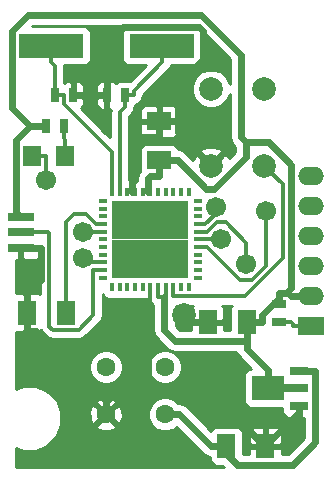
<source format=gtl>
G04 (created by PCBNEW-RS274X (2012-01-19 BZR 3256)-stable) date Fri 09 Mar 2012 12:00:35 PM CET*
G01*
G70*
G90*
%MOIN*%
G04 Gerber Fmt 3.4, Leading zero omitted, Abs format*
%FSLAX34Y34*%
G04 APERTURE LIST*
%ADD10C,0.006000*%
%ADD11R,0.063000X0.027600*%
%ADD12R,0.082700X0.027600*%
%ADD13R,0.108300X0.078700*%
%ADD14R,0.060000X0.080000*%
%ADD15R,0.080000X0.060000*%
%ADD16R,0.025000X0.045000*%
%ADD17R,0.045000X0.025000*%
%ADD18R,0.013800X0.031500*%
%ADD19R,0.031500X0.013800*%
%ADD20R,0.128000X0.128000*%
%ADD21R,0.216500X0.078700*%
%ADD22R,0.086600X0.060000*%
%ADD23O,0.086600X0.060000*%
%ADD24C,0.078700*%
%ADD25C,0.063000*%
%ADD26R,0.086600X0.031500*%
%ADD27R,0.062900X0.070900*%
%ADD28C,0.067000*%
%ADD29C,0.078800*%
%ADD30C,0.023600*%
%ADD31C,0.013600*%
%ADD32C,0.011800*%
%ADD33C,0.010000*%
G04 APERTURE END LIST*
G54D10*
G54D11*
X34291Y-32166D03*
G54D12*
X34193Y-31575D03*
G54D11*
X34291Y-30984D03*
G54D13*
X33248Y-31575D03*
G54D14*
X26516Y-29055D03*
X25216Y-29055D03*
X31870Y-33504D03*
X33170Y-33504D03*
G54D15*
X29626Y-23977D03*
X29626Y-22677D03*
G54D14*
X32540Y-29370D03*
X31240Y-29370D03*
G54D16*
X26157Y-21811D03*
X26757Y-21811D03*
X28489Y-21811D03*
X27889Y-21811D03*
G54D17*
X33622Y-29355D03*
X33622Y-28755D03*
G54D16*
X25842Y-22835D03*
X26442Y-22835D03*
G54D18*
X28051Y-28189D03*
X28307Y-28189D03*
X28819Y-28189D03*
X29075Y-28189D03*
X29331Y-28189D03*
X29587Y-28189D03*
G54D19*
X30906Y-27382D03*
X30906Y-27126D03*
X30906Y-26870D03*
X30906Y-26614D03*
X30906Y-26358D03*
X30906Y-26102D03*
X30906Y-25846D03*
G54D18*
X28563Y-28189D03*
G54D20*
X29971Y-27254D03*
X28691Y-27254D03*
X28691Y-25974D03*
X29971Y-25974D03*
G54D18*
X30099Y-25039D03*
X29843Y-25039D03*
X29587Y-25039D03*
X29331Y-25039D03*
X29075Y-25039D03*
X28819Y-25039D03*
X28563Y-25039D03*
G54D19*
X27756Y-25846D03*
X27756Y-26102D03*
X27756Y-26358D03*
X27756Y-26614D03*
X27756Y-26870D03*
X27756Y-27126D03*
X27756Y-27382D03*
G54D18*
X29843Y-28189D03*
X30099Y-28189D03*
X30355Y-28189D03*
X30611Y-28189D03*
G54D19*
X30906Y-27894D03*
X30906Y-27638D03*
X30906Y-25590D03*
X30906Y-25334D03*
G54D18*
X30611Y-25039D03*
X30355Y-25039D03*
X28307Y-25039D03*
X28051Y-25039D03*
G54D19*
X27756Y-25334D03*
X27756Y-25590D03*
X27756Y-27638D03*
X27756Y-27894D03*
G54D21*
X29724Y-20157D03*
X26024Y-20157D03*
G54D22*
X34685Y-29508D03*
G54D23*
X34685Y-28508D03*
X34685Y-27508D03*
X34685Y-26508D03*
X34685Y-25508D03*
X34685Y-24508D03*
G54D24*
X33130Y-24154D03*
X31358Y-21594D03*
X31358Y-24154D03*
X33130Y-21594D03*
G54D25*
X29823Y-30867D03*
X29823Y-32441D03*
X27855Y-30867D03*
X27855Y-32441D03*
G54D26*
X25019Y-25867D03*
X25019Y-26379D03*
X25019Y-26891D03*
G54D27*
X26504Y-23819D03*
X25386Y-23819D03*
G54D28*
X25862Y-24629D03*
X27084Y-26358D03*
G54D29*
X30442Y-29117D03*
G54D28*
X32533Y-27432D03*
X31681Y-26614D03*
X33183Y-25659D03*
X27105Y-27245D03*
X31507Y-25537D03*
G54D30*
X33248Y-31575D02*
X33248Y-31374D01*
X33248Y-31374D02*
X33248Y-30960D01*
X33357Y-31374D02*
X33558Y-31575D01*
X33248Y-31374D02*
X33357Y-31374D01*
X34193Y-31575D02*
X33558Y-31575D01*
X34685Y-28508D02*
X34031Y-28508D01*
X33622Y-28755D02*
X33622Y-28582D01*
X33622Y-28582D02*
X33622Y-28409D01*
X33061Y-29143D02*
X33061Y-29370D01*
X33622Y-28582D02*
X33061Y-29143D01*
X32540Y-29370D02*
X33061Y-29370D01*
X32540Y-29370D02*
X32540Y-29991D01*
G54D31*
X29587Y-28189D02*
X29587Y-28517D01*
G54D30*
X32540Y-30252D02*
X32540Y-29991D01*
X33248Y-30960D02*
X32540Y-30252D01*
X30157Y-29991D02*
X32540Y-29991D01*
X29805Y-29639D02*
X30157Y-29991D01*
X29805Y-28517D02*
X29805Y-29639D01*
G54D31*
X29587Y-28517D02*
X29805Y-28517D01*
X29805Y-28517D02*
X29843Y-28517D01*
X29843Y-28189D02*
X29843Y-28517D01*
G54D30*
X34031Y-28508D02*
X33888Y-28365D01*
X33844Y-28409D02*
X33622Y-28409D01*
X33888Y-28365D02*
X33844Y-28409D01*
X24849Y-23311D02*
X25325Y-22835D01*
X24849Y-25697D02*
X24849Y-23311D01*
X25019Y-25867D02*
X24849Y-25697D01*
X25325Y-22835D02*
X25842Y-22835D01*
X29626Y-23977D02*
X30247Y-23977D01*
X34030Y-28223D02*
X33888Y-28365D01*
X34030Y-24129D02*
X34030Y-28223D01*
X33277Y-23376D02*
X34030Y-24129D01*
X32523Y-23376D02*
X33277Y-23376D01*
X32353Y-23206D02*
X32523Y-23376D01*
X32353Y-20454D02*
X32353Y-23206D01*
X31020Y-19121D02*
X32353Y-20454D01*
X25271Y-19121D02*
X31020Y-19121D01*
X24719Y-19673D02*
X25271Y-19121D01*
X24719Y-22229D02*
X24719Y-19673D01*
X25325Y-22835D02*
X24719Y-22229D01*
X31195Y-24925D02*
X30247Y-23977D01*
X31459Y-24925D02*
X31195Y-24925D01*
X32523Y-23861D02*
X31459Y-24925D01*
X32523Y-23376D02*
X32523Y-23861D01*
X29626Y-23977D02*
X29626Y-24498D01*
X29339Y-24498D02*
X29626Y-24498D01*
X29271Y-24566D02*
X29339Y-24498D01*
X29271Y-25039D02*
X29271Y-24566D01*
G54D31*
X29331Y-25039D02*
X29271Y-25039D01*
X29271Y-25039D02*
X29075Y-25039D01*
G54D30*
X30286Y-32441D02*
X31349Y-33504D01*
X29823Y-32441D02*
X30286Y-32441D01*
X31870Y-33504D02*
X31610Y-33504D01*
X31610Y-33504D02*
X31349Y-33504D01*
X34827Y-33376D02*
X34827Y-30984D01*
X34077Y-34126D02*
X34827Y-33376D01*
X32232Y-34126D02*
X34077Y-34126D01*
X31610Y-33504D02*
X32232Y-34126D01*
X34291Y-30984D02*
X34827Y-30984D01*
G54D32*
X25386Y-23819D02*
X25862Y-23819D01*
X25862Y-23819D02*
X25862Y-24629D01*
X27084Y-26358D02*
X27756Y-26358D01*
G54D30*
X28242Y-31620D02*
X29331Y-31620D01*
X29626Y-22677D02*
X30247Y-22677D01*
X29626Y-22677D02*
X29626Y-23198D01*
G54D31*
X28819Y-25039D02*
X28733Y-25039D01*
X28733Y-25039D02*
X28563Y-25039D01*
G54D30*
X29105Y-23198D02*
X29626Y-23198D01*
X28733Y-23570D02*
X29105Y-23198D01*
X28733Y-25039D02*
X28733Y-23570D01*
X25524Y-29676D02*
X27855Y-32007D01*
X25216Y-29676D02*
X25524Y-29676D01*
X27855Y-32007D02*
X27855Y-32441D01*
X25216Y-29055D02*
X25216Y-29676D01*
X26757Y-21811D02*
X27103Y-21811D01*
X27889Y-21811D02*
X27103Y-21811D01*
X31240Y-29370D02*
X30719Y-29370D01*
X30695Y-29370D02*
X30442Y-29117D01*
X30719Y-29370D02*
X30695Y-29370D01*
X33170Y-33504D02*
X33161Y-33504D01*
X33161Y-33504D02*
X33152Y-33504D01*
X34291Y-32374D02*
X34291Y-32166D01*
X33161Y-33504D02*
X34291Y-32374D01*
X25673Y-27977D02*
X25216Y-28434D01*
X25673Y-26891D02*
X25673Y-27977D01*
X25019Y-26891D02*
X25673Y-26891D01*
X25216Y-29055D02*
X25216Y-28434D01*
G54D31*
X29331Y-31263D02*
X29331Y-28189D01*
G54D30*
X29331Y-31620D02*
X29331Y-31263D01*
X27855Y-32007D02*
X28242Y-31620D01*
X31268Y-31620D02*
X33152Y-33504D01*
X29331Y-31620D02*
X31268Y-31620D01*
X30247Y-23043D02*
X30247Y-22677D01*
X31358Y-24154D02*
X30247Y-23043D01*
X27889Y-20072D02*
X27889Y-21811D01*
X28419Y-19542D02*
X27889Y-20072D01*
X30960Y-19542D02*
X28419Y-19542D01*
X31084Y-19666D02*
X30960Y-19542D01*
X31084Y-20602D02*
X31084Y-19666D01*
X30247Y-21439D02*
X31084Y-20602D01*
X30247Y-22677D02*
X30247Y-21439D01*
G54D32*
X28307Y-22380D02*
X28489Y-22198D01*
X28307Y-25039D02*
X28307Y-22380D01*
X28489Y-21811D02*
X28489Y-22198D01*
X28776Y-21661D02*
X28776Y-21811D01*
X29724Y-20713D02*
X28776Y-21661D01*
X29724Y-20157D02*
X29724Y-20713D01*
X28489Y-21811D02*
X28776Y-21811D01*
X26157Y-20846D02*
X26157Y-21811D01*
X26024Y-20713D02*
X26157Y-20846D01*
X26024Y-20157D02*
X26024Y-20713D01*
X26444Y-22098D02*
X26444Y-21811D01*
X28051Y-23705D02*
X26444Y-22098D01*
X28051Y-25039D02*
X28051Y-23705D01*
X26157Y-21811D02*
X26444Y-21811D01*
X30906Y-26358D02*
X31226Y-26358D01*
X32533Y-26721D02*
X32533Y-27432D01*
X31846Y-26034D02*
X32533Y-26721D01*
X31550Y-26034D02*
X31846Y-26034D01*
X31226Y-26358D02*
X31550Y-26034D01*
X34090Y-29436D02*
X34009Y-29355D01*
X34090Y-29508D02*
X34090Y-29436D01*
X33622Y-29355D02*
X34009Y-29355D01*
X34685Y-29508D02*
X34090Y-29508D01*
X31681Y-26614D02*
X30906Y-26614D01*
X30906Y-26870D02*
X31226Y-26870D01*
X32319Y-27963D02*
X31226Y-26870D01*
X32708Y-27963D02*
X32319Y-27963D01*
X33183Y-27488D02*
X32708Y-27963D01*
X33183Y-25659D02*
X33183Y-27488D01*
X27437Y-29135D02*
X27437Y-27638D01*
X26948Y-29624D02*
X27437Y-29135D01*
X26075Y-29624D02*
X26948Y-29624D01*
X25971Y-29520D02*
X26075Y-29624D01*
X25971Y-26412D02*
X25971Y-29520D01*
X25938Y-26379D02*
X25971Y-26412D01*
X25019Y-26379D02*
X25938Y-26379D01*
X27756Y-27638D02*
X27437Y-27638D01*
X26516Y-29055D02*
X26516Y-28493D01*
X26516Y-26036D02*
X26516Y-28493D01*
X26785Y-25767D02*
X26516Y-26036D01*
X27196Y-25767D02*
X26785Y-25767D01*
X27531Y-26102D02*
X27196Y-25767D01*
X27756Y-26102D02*
X27531Y-26102D01*
X27242Y-27382D02*
X27105Y-27245D01*
X27756Y-27382D02*
X27242Y-27382D01*
X32474Y-28508D02*
X30099Y-28508D01*
X33749Y-27233D02*
X32474Y-28508D01*
X33749Y-24773D02*
X33749Y-27233D01*
X33130Y-24154D02*
X33749Y-24773D01*
X30099Y-28189D02*
X30099Y-28508D01*
X26442Y-23241D02*
X26442Y-22835D01*
X26504Y-23303D02*
X26442Y-23241D01*
X26504Y-23819D02*
X26504Y-23303D01*
X31168Y-26102D02*
X30906Y-26102D01*
X31507Y-25763D02*
X31168Y-26102D01*
X31507Y-25537D02*
X31507Y-25763D01*
G54D10*
G36*
X30921Y-19542D02*
X30856Y-19515D01*
X30757Y-19515D01*
X28593Y-19515D01*
X28501Y-19553D01*
X28431Y-19623D01*
X28393Y-19714D01*
X28393Y-19813D01*
X28393Y-20599D01*
X28431Y-20691D01*
X28501Y-20761D01*
X28592Y-20799D01*
X28691Y-20799D01*
X29201Y-20799D01*
X28663Y-21337D01*
X28565Y-21337D01*
X28315Y-21337D01*
X28223Y-21375D01*
X28189Y-21409D01*
X28155Y-21375D01*
X28063Y-21337D01*
X28001Y-21336D01*
X27939Y-21398D01*
X27939Y-21711D01*
X27939Y-21761D01*
X27939Y-21861D01*
X27939Y-21911D01*
X27939Y-22224D01*
X28001Y-22286D01*
X28017Y-22285D01*
X27998Y-22380D01*
X27998Y-23215D01*
X27839Y-23056D01*
X27839Y-22224D01*
X27839Y-21861D01*
X27839Y-21761D01*
X27839Y-21398D01*
X27777Y-21336D01*
X27715Y-21337D01*
X27623Y-21375D01*
X27553Y-21445D01*
X27515Y-21536D01*
X27515Y-21635D01*
X27514Y-21699D01*
X27576Y-21761D01*
X27839Y-21761D01*
X27839Y-21861D01*
X27576Y-21861D01*
X27514Y-21923D01*
X27515Y-21987D01*
X27515Y-22086D01*
X27553Y-22177D01*
X27623Y-22247D01*
X27715Y-22285D01*
X27777Y-22286D01*
X27839Y-22224D01*
X27839Y-23056D01*
X27026Y-22243D01*
X27093Y-22177D01*
X27131Y-22086D01*
X27131Y-21987D01*
X27132Y-21923D01*
X27132Y-21699D01*
X27131Y-21635D01*
X27131Y-21536D01*
X27093Y-21445D01*
X27023Y-21375D01*
X26931Y-21337D01*
X26869Y-21336D01*
X26807Y-21398D01*
X26807Y-21761D01*
X27070Y-21761D01*
X27132Y-21699D01*
X27132Y-21923D01*
X27070Y-21861D01*
X26857Y-21861D01*
X26807Y-21861D01*
X26753Y-21861D01*
X26753Y-21811D01*
X26729Y-21693D01*
X26707Y-21660D01*
X26707Y-21398D01*
X26645Y-21336D01*
X26583Y-21337D01*
X26491Y-21375D01*
X26466Y-21400D01*
X26466Y-20846D01*
X26456Y-20799D01*
X27155Y-20799D01*
X27247Y-20761D01*
X27317Y-20691D01*
X27355Y-20600D01*
X27355Y-20501D01*
X27355Y-19715D01*
X27317Y-19623D01*
X27247Y-19553D01*
X27156Y-19515D01*
X27057Y-19515D01*
X25397Y-19515D01*
X25423Y-19489D01*
X30868Y-19489D01*
X30921Y-19542D01*
X30921Y-19542D01*
G37*
G54D33*
X30921Y-19542D02*
X30856Y-19515D01*
X30757Y-19515D01*
X28593Y-19515D01*
X28501Y-19553D01*
X28431Y-19623D01*
X28393Y-19714D01*
X28393Y-19813D01*
X28393Y-20599D01*
X28431Y-20691D01*
X28501Y-20761D01*
X28592Y-20799D01*
X28691Y-20799D01*
X29201Y-20799D01*
X28663Y-21337D01*
X28565Y-21337D01*
X28315Y-21337D01*
X28223Y-21375D01*
X28189Y-21409D01*
X28155Y-21375D01*
X28063Y-21337D01*
X28001Y-21336D01*
X27939Y-21398D01*
X27939Y-21711D01*
X27939Y-21761D01*
X27939Y-21861D01*
X27939Y-21911D01*
X27939Y-22224D01*
X28001Y-22286D01*
X28017Y-22285D01*
X27998Y-22380D01*
X27998Y-23215D01*
X27839Y-23056D01*
X27839Y-22224D01*
X27839Y-21861D01*
X27839Y-21761D01*
X27839Y-21398D01*
X27777Y-21336D01*
X27715Y-21337D01*
X27623Y-21375D01*
X27553Y-21445D01*
X27515Y-21536D01*
X27515Y-21635D01*
X27514Y-21699D01*
X27576Y-21761D01*
X27839Y-21761D01*
X27839Y-21861D01*
X27576Y-21861D01*
X27514Y-21923D01*
X27515Y-21987D01*
X27515Y-22086D01*
X27553Y-22177D01*
X27623Y-22247D01*
X27715Y-22285D01*
X27777Y-22286D01*
X27839Y-22224D01*
X27839Y-23056D01*
X27026Y-22243D01*
X27093Y-22177D01*
X27131Y-22086D01*
X27131Y-21987D01*
X27132Y-21923D01*
X27132Y-21699D01*
X27131Y-21635D01*
X27131Y-21536D01*
X27093Y-21445D01*
X27023Y-21375D01*
X26931Y-21337D01*
X26869Y-21336D01*
X26807Y-21398D01*
X26807Y-21761D01*
X27070Y-21761D01*
X27132Y-21699D01*
X27132Y-21923D01*
X27070Y-21861D01*
X26857Y-21861D01*
X26807Y-21861D01*
X26753Y-21861D01*
X26753Y-21811D01*
X26729Y-21693D01*
X26707Y-21660D01*
X26707Y-21398D01*
X26645Y-21336D01*
X26583Y-21337D01*
X26491Y-21375D01*
X26466Y-21400D01*
X26466Y-20846D01*
X26456Y-20799D01*
X27155Y-20799D01*
X27247Y-20761D01*
X27317Y-20691D01*
X27355Y-20600D01*
X27355Y-20501D01*
X27355Y-19715D01*
X27317Y-19623D01*
X27247Y-19553D01*
X27156Y-19515D01*
X27057Y-19515D01*
X25397Y-19515D01*
X25423Y-19489D01*
X30868Y-19489D01*
X30921Y-19542D01*
G54D10*
G36*
X32041Y-28817D02*
X32029Y-28829D01*
X31991Y-28920D01*
X31991Y-29019D01*
X31991Y-29623D01*
X31789Y-29623D01*
X31790Y-29482D01*
X31728Y-29420D01*
X31340Y-29420D01*
X31290Y-29420D01*
X31190Y-29420D01*
X31140Y-29420D01*
X30752Y-29420D01*
X30690Y-29482D01*
X30690Y-29623D01*
X30309Y-29623D01*
X30173Y-29486D01*
X30173Y-28817D01*
X30741Y-28817D01*
X30729Y-28829D01*
X30691Y-28920D01*
X30691Y-29019D01*
X30690Y-29258D01*
X30752Y-29320D01*
X31140Y-29320D01*
X31190Y-29320D01*
X31290Y-29320D01*
X31340Y-29320D01*
X31728Y-29320D01*
X31790Y-29258D01*
X31789Y-29019D01*
X31789Y-28920D01*
X31751Y-28829D01*
X31739Y-28817D01*
X32041Y-28817D01*
X32041Y-28817D01*
G37*
G54D33*
X32041Y-28817D02*
X32029Y-28829D01*
X31991Y-28920D01*
X31991Y-29019D01*
X31991Y-29623D01*
X31789Y-29623D01*
X31790Y-29482D01*
X31728Y-29420D01*
X31340Y-29420D01*
X31290Y-29420D01*
X31190Y-29420D01*
X31140Y-29420D01*
X30752Y-29420D01*
X30690Y-29482D01*
X30690Y-29623D01*
X30309Y-29623D01*
X30173Y-29486D01*
X30173Y-28817D01*
X30741Y-28817D01*
X30729Y-28829D01*
X30691Y-28920D01*
X30691Y-29019D01*
X30690Y-29258D01*
X30752Y-29320D01*
X31140Y-29320D01*
X31190Y-29320D01*
X31290Y-29320D01*
X31340Y-29320D01*
X31728Y-29320D01*
X31790Y-29258D01*
X31789Y-29019D01*
X31789Y-28920D01*
X31751Y-28829D01*
X31739Y-28817D01*
X32041Y-28817D01*
G54D10*
G36*
X32155Y-23708D02*
X31946Y-23916D01*
X31906Y-23818D01*
X31802Y-23781D01*
X31731Y-23852D01*
X31731Y-23710D01*
X31694Y-23606D01*
X31458Y-23519D01*
X31208Y-23529D01*
X31022Y-23606D01*
X30985Y-23710D01*
X31358Y-24083D01*
X31731Y-23710D01*
X31731Y-23852D01*
X31464Y-24119D01*
X31429Y-24154D01*
X31358Y-24225D01*
X31287Y-24154D01*
X31252Y-24119D01*
X30914Y-23781D01*
X30810Y-23818D01*
X30755Y-23965D01*
X30507Y-23717D01*
X30388Y-23637D01*
X30276Y-23614D01*
X30276Y-22789D01*
X30276Y-22565D01*
X30275Y-22328D01*
X30237Y-22236D01*
X30167Y-22166D01*
X30076Y-22128D01*
X29977Y-22128D01*
X29738Y-22127D01*
X29676Y-22189D01*
X29676Y-22627D01*
X30214Y-22627D01*
X30276Y-22565D01*
X30276Y-22789D01*
X30214Y-22727D01*
X29676Y-22727D01*
X29676Y-23165D01*
X29738Y-23227D01*
X29977Y-23226D01*
X30076Y-23226D01*
X30167Y-23188D01*
X30237Y-23118D01*
X30275Y-23026D01*
X30276Y-22789D01*
X30276Y-23614D01*
X30268Y-23613D01*
X30237Y-23536D01*
X30167Y-23466D01*
X30076Y-23428D01*
X29977Y-23428D01*
X29576Y-23428D01*
X29576Y-23165D01*
X29576Y-22727D01*
X29576Y-22627D01*
X29576Y-22189D01*
X29514Y-22127D01*
X29275Y-22128D01*
X29176Y-22128D01*
X29085Y-22166D01*
X29015Y-22236D01*
X28977Y-22328D01*
X28976Y-22565D01*
X29038Y-22627D01*
X29576Y-22627D01*
X29576Y-22727D01*
X29038Y-22727D01*
X28976Y-22789D01*
X28977Y-23026D01*
X29015Y-23118D01*
X29085Y-23188D01*
X29176Y-23226D01*
X29275Y-23226D01*
X29514Y-23227D01*
X29576Y-23165D01*
X29576Y-23428D01*
X29177Y-23428D01*
X29085Y-23466D01*
X29015Y-23536D01*
X28977Y-23627D01*
X28977Y-23726D01*
X28977Y-24326D01*
X28984Y-24344D01*
X28931Y-24425D01*
X28903Y-24566D01*
X28903Y-24644D01*
X28883Y-24663D01*
X28865Y-24671D01*
X28819Y-24717D01*
X28773Y-24671D01*
X28754Y-24663D01*
X28723Y-24632D01*
X28701Y-24633D01*
X28691Y-24637D01*
X28681Y-24633D01*
X28663Y-24632D01*
X28659Y-24632D01*
X28616Y-24632D01*
X28616Y-22507D01*
X28707Y-22417D01*
X28707Y-22416D01*
X28774Y-22316D01*
X28796Y-22205D01*
X28825Y-22177D01*
X28855Y-22103D01*
X28894Y-22096D01*
X28994Y-22029D01*
X29061Y-21929D01*
X29085Y-21811D01*
X29085Y-21788D01*
X29942Y-20932D01*
X29942Y-20931D01*
X29986Y-20865D01*
X30008Y-20832D01*
X30009Y-20831D01*
X30015Y-20799D01*
X30855Y-20799D01*
X30947Y-20761D01*
X31017Y-20691D01*
X31055Y-20600D01*
X31055Y-20501D01*
X31055Y-19715D01*
X31027Y-19648D01*
X31985Y-20606D01*
X31985Y-21428D01*
X31903Y-21231D01*
X31723Y-21050D01*
X31487Y-20951D01*
X31231Y-20951D01*
X30995Y-21049D01*
X30814Y-21229D01*
X30715Y-21465D01*
X30715Y-21721D01*
X30813Y-21957D01*
X30993Y-22138D01*
X31229Y-22237D01*
X31485Y-22237D01*
X31721Y-22139D01*
X31902Y-21959D01*
X31985Y-21761D01*
X31985Y-23206D01*
X32013Y-23347D01*
X32093Y-23466D01*
X32155Y-23528D01*
X32155Y-23708D01*
X32155Y-23708D01*
G37*
G54D33*
X32155Y-23708D02*
X31946Y-23916D01*
X31906Y-23818D01*
X31802Y-23781D01*
X31731Y-23852D01*
X31731Y-23710D01*
X31694Y-23606D01*
X31458Y-23519D01*
X31208Y-23529D01*
X31022Y-23606D01*
X30985Y-23710D01*
X31358Y-24083D01*
X31731Y-23710D01*
X31731Y-23852D01*
X31464Y-24119D01*
X31429Y-24154D01*
X31358Y-24225D01*
X31287Y-24154D01*
X31252Y-24119D01*
X30914Y-23781D01*
X30810Y-23818D01*
X30755Y-23965D01*
X30507Y-23717D01*
X30388Y-23637D01*
X30276Y-23614D01*
X30276Y-22789D01*
X30276Y-22565D01*
X30275Y-22328D01*
X30237Y-22236D01*
X30167Y-22166D01*
X30076Y-22128D01*
X29977Y-22128D01*
X29738Y-22127D01*
X29676Y-22189D01*
X29676Y-22627D01*
X30214Y-22627D01*
X30276Y-22565D01*
X30276Y-22789D01*
X30214Y-22727D01*
X29676Y-22727D01*
X29676Y-23165D01*
X29738Y-23227D01*
X29977Y-23226D01*
X30076Y-23226D01*
X30167Y-23188D01*
X30237Y-23118D01*
X30275Y-23026D01*
X30276Y-22789D01*
X30276Y-23614D01*
X30268Y-23613D01*
X30237Y-23536D01*
X30167Y-23466D01*
X30076Y-23428D01*
X29977Y-23428D01*
X29576Y-23428D01*
X29576Y-23165D01*
X29576Y-22727D01*
X29576Y-22627D01*
X29576Y-22189D01*
X29514Y-22127D01*
X29275Y-22128D01*
X29176Y-22128D01*
X29085Y-22166D01*
X29015Y-22236D01*
X28977Y-22328D01*
X28976Y-22565D01*
X29038Y-22627D01*
X29576Y-22627D01*
X29576Y-22727D01*
X29038Y-22727D01*
X28976Y-22789D01*
X28977Y-23026D01*
X29015Y-23118D01*
X29085Y-23188D01*
X29176Y-23226D01*
X29275Y-23226D01*
X29514Y-23227D01*
X29576Y-23165D01*
X29576Y-23428D01*
X29177Y-23428D01*
X29085Y-23466D01*
X29015Y-23536D01*
X28977Y-23627D01*
X28977Y-23726D01*
X28977Y-24326D01*
X28984Y-24344D01*
X28931Y-24425D01*
X28903Y-24566D01*
X28903Y-24644D01*
X28883Y-24663D01*
X28865Y-24671D01*
X28819Y-24717D01*
X28773Y-24671D01*
X28754Y-24663D01*
X28723Y-24632D01*
X28701Y-24633D01*
X28691Y-24637D01*
X28681Y-24633D01*
X28663Y-24632D01*
X28659Y-24632D01*
X28616Y-24632D01*
X28616Y-22507D01*
X28707Y-22417D01*
X28707Y-22416D01*
X28774Y-22316D01*
X28796Y-22205D01*
X28825Y-22177D01*
X28855Y-22103D01*
X28894Y-22096D01*
X28994Y-22029D01*
X29061Y-21929D01*
X29085Y-21811D01*
X29085Y-21788D01*
X29942Y-20932D01*
X29942Y-20931D01*
X29986Y-20865D01*
X30008Y-20832D01*
X30009Y-20831D01*
X30015Y-20799D01*
X30855Y-20799D01*
X30947Y-20761D01*
X31017Y-20691D01*
X31055Y-20600D01*
X31055Y-20501D01*
X31055Y-19715D01*
X31027Y-19648D01*
X31985Y-20606D01*
X31985Y-21428D01*
X31903Y-21231D01*
X31723Y-21050D01*
X31487Y-20951D01*
X31231Y-20951D01*
X30995Y-21049D01*
X30814Y-21229D01*
X30715Y-21465D01*
X30715Y-21721D01*
X30813Y-21957D01*
X30993Y-22138D01*
X31229Y-22237D01*
X31485Y-22237D01*
X31721Y-22139D01*
X31902Y-21959D01*
X31985Y-21761D01*
X31985Y-23206D01*
X32013Y-23347D01*
X32093Y-23466D01*
X32155Y-23528D01*
X32155Y-23708D01*
G54D10*
G36*
X34459Y-33223D02*
X33924Y-33758D01*
X33719Y-33758D01*
X33720Y-33616D01*
X33720Y-33392D01*
X33719Y-33153D01*
X33719Y-33054D01*
X33681Y-32963D01*
X33611Y-32893D01*
X33519Y-32855D01*
X33282Y-32854D01*
X33220Y-32916D01*
X33220Y-33454D01*
X33658Y-33454D01*
X33720Y-33392D01*
X33720Y-33616D01*
X33658Y-33554D01*
X33270Y-33554D01*
X33220Y-33554D01*
X33120Y-33554D01*
X33120Y-33454D01*
X33120Y-32916D01*
X33058Y-32854D01*
X32821Y-32855D01*
X32729Y-32893D01*
X32659Y-32963D01*
X32621Y-33054D01*
X32621Y-33153D01*
X32620Y-33392D01*
X32682Y-33454D01*
X33120Y-33454D01*
X33120Y-33554D01*
X33070Y-33554D01*
X32682Y-33554D01*
X32620Y-33616D01*
X32620Y-33758D01*
X32419Y-33758D01*
X32419Y-33055D01*
X32381Y-32963D01*
X32311Y-32893D01*
X32220Y-32855D01*
X32121Y-32855D01*
X31521Y-32855D01*
X31429Y-32893D01*
X31359Y-32963D01*
X31349Y-32984D01*
X30546Y-32181D01*
X30427Y-32101D01*
X30388Y-32093D01*
X30388Y-30980D01*
X30388Y-30755D01*
X30302Y-30547D01*
X30143Y-30388D01*
X29936Y-30302D01*
X29711Y-30302D01*
X29503Y-30388D01*
X29344Y-30547D01*
X29258Y-30754D01*
X29258Y-30979D01*
X29344Y-31187D01*
X29503Y-31346D01*
X29710Y-31432D01*
X29935Y-31432D01*
X30143Y-31346D01*
X30302Y-31187D01*
X30388Y-30980D01*
X30388Y-32093D01*
X30286Y-32073D01*
X30254Y-32073D01*
X30143Y-31962D01*
X29936Y-31876D01*
X29711Y-31876D01*
X29503Y-31962D01*
X29344Y-32121D01*
X29258Y-32328D01*
X29258Y-32553D01*
X29344Y-32761D01*
X29503Y-32920D01*
X29710Y-33006D01*
X29935Y-33006D01*
X30143Y-32920D01*
X30194Y-32869D01*
X31089Y-33764D01*
X31208Y-33844D01*
X31321Y-33866D01*
X31321Y-33953D01*
X31359Y-34045D01*
X31429Y-34115D01*
X31520Y-34153D01*
X31619Y-34153D01*
X31738Y-34153D01*
X31787Y-34202D01*
X28420Y-34202D01*
X28420Y-30980D01*
X28420Y-30755D01*
X28334Y-30547D01*
X28175Y-30388D01*
X27968Y-30302D01*
X27743Y-30302D01*
X27535Y-30388D01*
X27376Y-30547D01*
X27290Y-30754D01*
X27290Y-30979D01*
X27376Y-31187D01*
X27535Y-31346D01*
X27742Y-31432D01*
X27967Y-31432D01*
X28175Y-31346D01*
X28334Y-31187D01*
X28420Y-30980D01*
X28420Y-34202D01*
X28413Y-34202D01*
X28413Y-32524D01*
X28402Y-32304D01*
X28339Y-32151D01*
X28244Y-32123D01*
X28173Y-32194D01*
X28173Y-32052D01*
X28145Y-31957D01*
X27938Y-31883D01*
X27718Y-31894D01*
X27565Y-31957D01*
X27537Y-32052D01*
X27855Y-32370D01*
X28173Y-32052D01*
X28173Y-32194D01*
X27926Y-32441D01*
X28244Y-32759D01*
X28339Y-32731D01*
X28413Y-32524D01*
X28413Y-34202D01*
X28173Y-34202D01*
X28173Y-32830D01*
X27855Y-32512D01*
X27784Y-32583D01*
X27784Y-32441D01*
X27466Y-32123D01*
X27371Y-32151D01*
X27297Y-32358D01*
X27308Y-32578D01*
X27371Y-32731D01*
X27466Y-32759D01*
X27784Y-32441D01*
X27784Y-32583D01*
X27537Y-32830D01*
X27565Y-32925D01*
X27772Y-32999D01*
X27992Y-32988D01*
X28145Y-32925D01*
X28173Y-32830D01*
X28173Y-34202D01*
X24853Y-34202D01*
X24853Y-33558D01*
X25081Y-33653D01*
X25508Y-33653D01*
X25903Y-33490D01*
X26205Y-33188D01*
X26369Y-32793D01*
X26369Y-32366D01*
X26206Y-31971D01*
X25904Y-31669D01*
X25509Y-31505D01*
X25082Y-31505D01*
X24853Y-31599D01*
X24853Y-29698D01*
X24867Y-29704D01*
X25104Y-29705D01*
X25166Y-29643D01*
X25166Y-29155D01*
X25166Y-29105D01*
X25166Y-29005D01*
X25166Y-28955D01*
X25166Y-28467D01*
X25104Y-28405D01*
X24867Y-28406D01*
X24853Y-28411D01*
X24853Y-27297D01*
X24907Y-27298D01*
X24969Y-27236D01*
X24969Y-26991D01*
X24969Y-26941D01*
X24969Y-26841D01*
X25069Y-26841D01*
X25069Y-26941D01*
X25069Y-26991D01*
X25069Y-27236D01*
X25131Y-27298D01*
X25403Y-27297D01*
X25502Y-27297D01*
X25593Y-27259D01*
X25662Y-27190D01*
X25662Y-28449D01*
X25657Y-28444D01*
X25565Y-28406D01*
X25328Y-28405D01*
X25266Y-28467D01*
X25266Y-28955D01*
X25266Y-29005D01*
X25266Y-29105D01*
X25266Y-29155D01*
X25266Y-29643D01*
X25328Y-29705D01*
X25565Y-29704D01*
X25657Y-29666D01*
X25685Y-29637D01*
X25686Y-29638D01*
X25753Y-29738D01*
X25856Y-29842D01*
X25857Y-29842D01*
X25957Y-29909D01*
X26075Y-29933D01*
X26948Y-29933D01*
X26948Y-29932D01*
X27066Y-29909D01*
X27166Y-29842D01*
X27655Y-29354D01*
X27655Y-29353D01*
X27722Y-29253D01*
X27745Y-29135D01*
X27746Y-29135D01*
X27746Y-28426D01*
X27771Y-28487D01*
X27841Y-28557D01*
X27932Y-28595D01*
X28031Y-28595D01*
X28169Y-28595D01*
X28178Y-28591D01*
X28188Y-28595D01*
X28287Y-28595D01*
X28425Y-28595D01*
X28434Y-28591D01*
X28444Y-28595D01*
X28543Y-28595D01*
X28681Y-28595D01*
X28690Y-28591D01*
X28700Y-28595D01*
X28799Y-28595D01*
X28937Y-28595D01*
X28946Y-28591D01*
X28956Y-28595D01*
X29055Y-28595D01*
X29193Y-28595D01*
X29203Y-28590D01*
X29213Y-28595D01*
X29231Y-28595D01*
X29231Y-28596D01*
X29235Y-28596D01*
X29284Y-28596D01*
X29293Y-28639D01*
X29362Y-28742D01*
X29437Y-28792D01*
X29437Y-29639D01*
X29465Y-29780D01*
X29545Y-29899D01*
X29896Y-30251D01*
X29897Y-30251D01*
X30016Y-30331D01*
X30156Y-30358D01*
X30157Y-30359D01*
X32193Y-30359D01*
X32200Y-30393D01*
X32280Y-30512D01*
X32701Y-30933D01*
X32658Y-30933D01*
X32566Y-30971D01*
X32496Y-31041D01*
X32458Y-31132D01*
X32458Y-31231D01*
X32458Y-32017D01*
X32496Y-32109D01*
X32566Y-32179D01*
X32657Y-32217D01*
X32756Y-32217D01*
X33726Y-32217D01*
X33726Y-32266D01*
X33738Y-32266D01*
X33726Y-32278D01*
X33727Y-32353D01*
X33765Y-32445D01*
X33835Y-32515D01*
X33926Y-32553D01*
X34025Y-32553D01*
X34179Y-32554D01*
X34241Y-32492D01*
X34241Y-32266D01*
X34241Y-32216D01*
X34241Y-32116D01*
X34341Y-32116D01*
X34341Y-32216D01*
X34341Y-32266D01*
X34341Y-32492D01*
X34403Y-32554D01*
X34459Y-32553D01*
X34459Y-33223D01*
X34459Y-33223D01*
G37*
G54D33*
X34459Y-33223D02*
X33924Y-33758D01*
X33719Y-33758D01*
X33720Y-33616D01*
X33720Y-33392D01*
X33719Y-33153D01*
X33719Y-33054D01*
X33681Y-32963D01*
X33611Y-32893D01*
X33519Y-32855D01*
X33282Y-32854D01*
X33220Y-32916D01*
X33220Y-33454D01*
X33658Y-33454D01*
X33720Y-33392D01*
X33720Y-33616D01*
X33658Y-33554D01*
X33270Y-33554D01*
X33220Y-33554D01*
X33120Y-33554D01*
X33120Y-33454D01*
X33120Y-32916D01*
X33058Y-32854D01*
X32821Y-32855D01*
X32729Y-32893D01*
X32659Y-32963D01*
X32621Y-33054D01*
X32621Y-33153D01*
X32620Y-33392D01*
X32682Y-33454D01*
X33120Y-33454D01*
X33120Y-33554D01*
X33070Y-33554D01*
X32682Y-33554D01*
X32620Y-33616D01*
X32620Y-33758D01*
X32419Y-33758D01*
X32419Y-33055D01*
X32381Y-32963D01*
X32311Y-32893D01*
X32220Y-32855D01*
X32121Y-32855D01*
X31521Y-32855D01*
X31429Y-32893D01*
X31359Y-32963D01*
X31349Y-32984D01*
X30546Y-32181D01*
X30427Y-32101D01*
X30388Y-32093D01*
X30388Y-30980D01*
X30388Y-30755D01*
X30302Y-30547D01*
X30143Y-30388D01*
X29936Y-30302D01*
X29711Y-30302D01*
X29503Y-30388D01*
X29344Y-30547D01*
X29258Y-30754D01*
X29258Y-30979D01*
X29344Y-31187D01*
X29503Y-31346D01*
X29710Y-31432D01*
X29935Y-31432D01*
X30143Y-31346D01*
X30302Y-31187D01*
X30388Y-30980D01*
X30388Y-32093D01*
X30286Y-32073D01*
X30254Y-32073D01*
X30143Y-31962D01*
X29936Y-31876D01*
X29711Y-31876D01*
X29503Y-31962D01*
X29344Y-32121D01*
X29258Y-32328D01*
X29258Y-32553D01*
X29344Y-32761D01*
X29503Y-32920D01*
X29710Y-33006D01*
X29935Y-33006D01*
X30143Y-32920D01*
X30194Y-32869D01*
X31089Y-33764D01*
X31208Y-33844D01*
X31321Y-33866D01*
X31321Y-33953D01*
X31359Y-34045D01*
X31429Y-34115D01*
X31520Y-34153D01*
X31619Y-34153D01*
X31738Y-34153D01*
X31787Y-34202D01*
X28420Y-34202D01*
X28420Y-30980D01*
X28420Y-30755D01*
X28334Y-30547D01*
X28175Y-30388D01*
X27968Y-30302D01*
X27743Y-30302D01*
X27535Y-30388D01*
X27376Y-30547D01*
X27290Y-30754D01*
X27290Y-30979D01*
X27376Y-31187D01*
X27535Y-31346D01*
X27742Y-31432D01*
X27967Y-31432D01*
X28175Y-31346D01*
X28334Y-31187D01*
X28420Y-30980D01*
X28420Y-34202D01*
X28413Y-34202D01*
X28413Y-32524D01*
X28402Y-32304D01*
X28339Y-32151D01*
X28244Y-32123D01*
X28173Y-32194D01*
X28173Y-32052D01*
X28145Y-31957D01*
X27938Y-31883D01*
X27718Y-31894D01*
X27565Y-31957D01*
X27537Y-32052D01*
X27855Y-32370D01*
X28173Y-32052D01*
X28173Y-32194D01*
X27926Y-32441D01*
X28244Y-32759D01*
X28339Y-32731D01*
X28413Y-32524D01*
X28413Y-34202D01*
X28173Y-34202D01*
X28173Y-32830D01*
X27855Y-32512D01*
X27784Y-32583D01*
X27784Y-32441D01*
X27466Y-32123D01*
X27371Y-32151D01*
X27297Y-32358D01*
X27308Y-32578D01*
X27371Y-32731D01*
X27466Y-32759D01*
X27784Y-32441D01*
X27784Y-32583D01*
X27537Y-32830D01*
X27565Y-32925D01*
X27772Y-32999D01*
X27992Y-32988D01*
X28145Y-32925D01*
X28173Y-32830D01*
X28173Y-34202D01*
X24853Y-34202D01*
X24853Y-33558D01*
X25081Y-33653D01*
X25508Y-33653D01*
X25903Y-33490D01*
X26205Y-33188D01*
X26369Y-32793D01*
X26369Y-32366D01*
X26206Y-31971D01*
X25904Y-31669D01*
X25509Y-31505D01*
X25082Y-31505D01*
X24853Y-31599D01*
X24853Y-29698D01*
X24867Y-29704D01*
X25104Y-29705D01*
X25166Y-29643D01*
X25166Y-29155D01*
X25166Y-29105D01*
X25166Y-29005D01*
X25166Y-28955D01*
X25166Y-28467D01*
X25104Y-28405D01*
X24867Y-28406D01*
X24853Y-28411D01*
X24853Y-27297D01*
X24907Y-27298D01*
X24969Y-27236D01*
X24969Y-26991D01*
X24969Y-26941D01*
X24969Y-26841D01*
X25069Y-26841D01*
X25069Y-26941D01*
X25069Y-26991D01*
X25069Y-27236D01*
X25131Y-27298D01*
X25403Y-27297D01*
X25502Y-27297D01*
X25593Y-27259D01*
X25662Y-27190D01*
X25662Y-28449D01*
X25657Y-28444D01*
X25565Y-28406D01*
X25328Y-28405D01*
X25266Y-28467D01*
X25266Y-28955D01*
X25266Y-29005D01*
X25266Y-29105D01*
X25266Y-29155D01*
X25266Y-29643D01*
X25328Y-29705D01*
X25565Y-29704D01*
X25657Y-29666D01*
X25685Y-29637D01*
X25686Y-29638D01*
X25753Y-29738D01*
X25856Y-29842D01*
X25857Y-29842D01*
X25957Y-29909D01*
X26075Y-29933D01*
X26948Y-29933D01*
X26948Y-29932D01*
X27066Y-29909D01*
X27166Y-29842D01*
X27655Y-29354D01*
X27655Y-29353D01*
X27722Y-29253D01*
X27745Y-29135D01*
X27746Y-29135D01*
X27746Y-28426D01*
X27771Y-28487D01*
X27841Y-28557D01*
X27932Y-28595D01*
X28031Y-28595D01*
X28169Y-28595D01*
X28178Y-28591D01*
X28188Y-28595D01*
X28287Y-28595D01*
X28425Y-28595D01*
X28434Y-28591D01*
X28444Y-28595D01*
X28543Y-28595D01*
X28681Y-28595D01*
X28690Y-28591D01*
X28700Y-28595D01*
X28799Y-28595D01*
X28937Y-28595D01*
X28946Y-28591D01*
X28956Y-28595D01*
X29055Y-28595D01*
X29193Y-28595D01*
X29203Y-28590D01*
X29213Y-28595D01*
X29231Y-28595D01*
X29231Y-28596D01*
X29235Y-28596D01*
X29284Y-28596D01*
X29293Y-28639D01*
X29362Y-28742D01*
X29437Y-28792D01*
X29437Y-29639D01*
X29465Y-29780D01*
X29545Y-29899D01*
X29896Y-30251D01*
X29897Y-30251D01*
X30016Y-30331D01*
X30156Y-30358D01*
X30157Y-30359D01*
X32193Y-30359D01*
X32200Y-30393D01*
X32280Y-30512D01*
X32701Y-30933D01*
X32658Y-30933D01*
X32566Y-30971D01*
X32496Y-31041D01*
X32458Y-31132D01*
X32458Y-31231D01*
X32458Y-32017D01*
X32496Y-32109D01*
X32566Y-32179D01*
X32657Y-32217D01*
X32756Y-32217D01*
X33726Y-32217D01*
X33726Y-32266D01*
X33738Y-32266D01*
X33726Y-32278D01*
X33727Y-32353D01*
X33765Y-32445D01*
X33835Y-32515D01*
X33926Y-32553D01*
X34025Y-32553D01*
X34179Y-32554D01*
X34241Y-32492D01*
X34241Y-32266D01*
X34241Y-32216D01*
X34241Y-32116D01*
X34341Y-32116D01*
X34341Y-32216D01*
X34341Y-32266D01*
X34341Y-32492D01*
X34403Y-32554D01*
X34459Y-32553D01*
X34459Y-33223D01*
G54D10*
G36*
X34735Y-27558D02*
X34635Y-27558D01*
X34635Y-27458D01*
X34735Y-27458D01*
X34735Y-27558D01*
X34735Y-27558D01*
G37*
G54D33*
X34735Y-27558D02*
X34635Y-27558D01*
X34635Y-27458D01*
X34735Y-27458D01*
X34735Y-27558D01*
M02*

</source>
